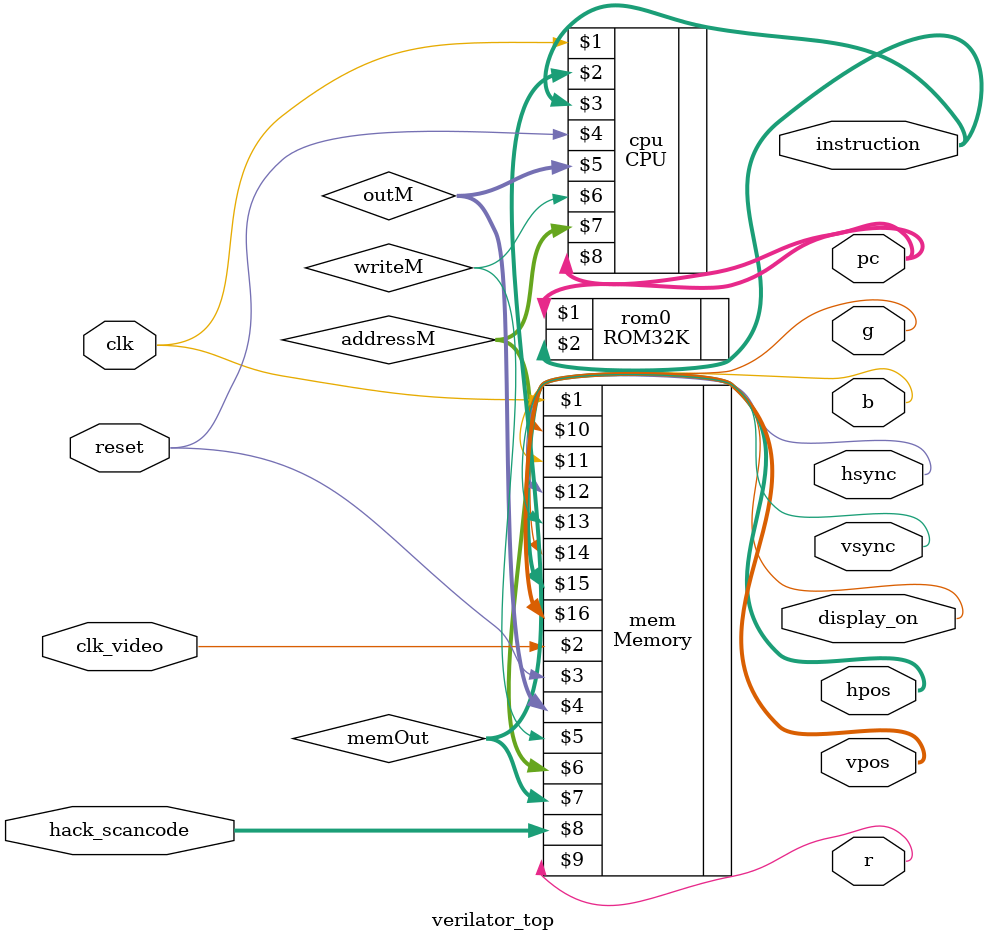
<source format=v>
module verilator_top (
    input clk,
    input clk_video,
    input reset,
    input [7:0] hack_scancode,
    output r,
    g,
    b,
    hsync,
    vsync,
    display_on,
    output [9:0] hpos,
    vpos,
    output [14:0] pc,
    output [15:0] instruction
);

  wire [15:0] memOut, outM;
  wire [14:0] addressM;
  wire writeM;

  CPU cpu (
      clk,
      memOut,
      instruction,
      reset,
      outM,
      writeM,
      addressM,
      pc
  );
  ROM32K rom0 (
      pc,
      instruction
  );
  Memory mem (
      clk,
      clk_video,
      reset,
      outM,
      writeM,
      addressM,
      memOut,
      hack_scancode,
      r,
      g,
      b,
      hsync,
      vsync,
      display_on,
      hpos,
      vpos
  );
  //Keyboard keyboard(clk, ps2_key, hack_scancode);

endmodule

</source>
